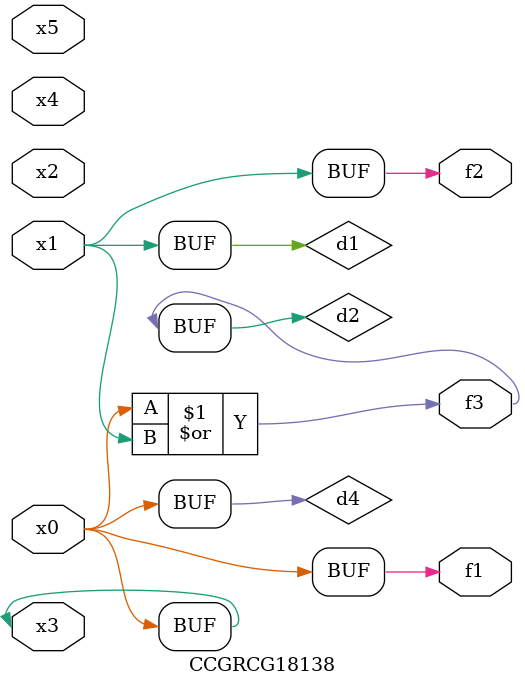
<source format=v>
module CCGRCG18138(
	input x0, x1, x2, x3, x4, x5,
	output f1, f2, f3
);

	wire d1, d2, d3, d4;

	and (d1, x1);
	or (d2, x0, x1);
	nand (d3, x0, x5);
	buf (d4, x0, x3);
	assign f1 = d4;
	assign f2 = d1;
	assign f3 = d2;
endmodule

</source>
